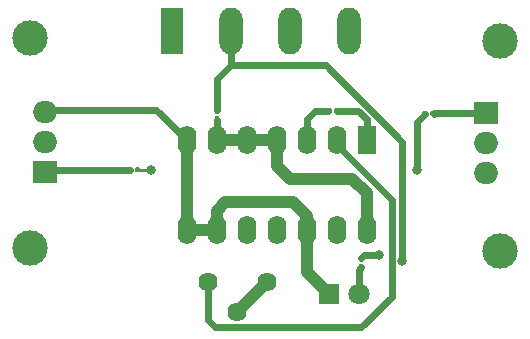
<source format=gbr>
%TF.GenerationSoftware,KiCad,Pcbnew,(5.1.6)-1*%
%TF.CreationDate,2021-10-24T20:30:52+03:00*%
%TF.ProjectId,INTERVER_OSCILLATER,494e5445-5256-4455-925f-4f5343494c4c,0*%
%TF.SameCoordinates,Original*%
%TF.FileFunction,Copper,L1,Top*%
%TF.FilePolarity,Positive*%
%FSLAX46Y46*%
G04 Gerber Fmt 4.6, Leading zero omitted, Abs format (unit mm)*
G04 Created by KiCad (PCBNEW (5.1.6)-1) date 2021-10-24 20:30:52*
%MOMM*%
%LPD*%
G01*
G04 APERTURE LIST*
%TA.AperFunction,ComponentPad*%
%ADD10C,3.000000*%
%TD*%
%TA.AperFunction,ComponentPad*%
%ADD11R,1.980000X3.960000*%
%TD*%
%TA.AperFunction,ComponentPad*%
%ADD12O,1.980000X3.960000*%
%TD*%
%TA.AperFunction,ComponentPad*%
%ADD13R,1.600000X2.400000*%
%TD*%
%TA.AperFunction,ComponentPad*%
%ADD14O,1.600000X2.400000*%
%TD*%
%TA.AperFunction,ComponentPad*%
%ADD15R,1.800000X1.800000*%
%TD*%
%TA.AperFunction,ComponentPad*%
%ADD16C,1.800000*%
%TD*%
%TA.AperFunction,ComponentPad*%
%ADD17O,2.000000X1.905000*%
%TD*%
%TA.AperFunction,ComponentPad*%
%ADD18R,2.000000X1.905000*%
%TD*%
%TA.AperFunction,ComponentPad*%
%ADD19C,1.620000*%
%TD*%
%TA.AperFunction,ViaPad*%
%ADD20C,0.800000*%
%TD*%
%TA.AperFunction,Conductor*%
%ADD21C,0.580000*%
%TD*%
%TA.AperFunction,Conductor*%
%ADD22C,0.980000*%
%TD*%
%TA.AperFunction,Conductor*%
%ADD23C,0.280000*%
%TD*%
G04 APERTURE END LIST*
D10*
%TO.P,HS1,1*%
%TO.N,GND*%
X175750000Y-105650000D03*
X175750000Y-87850000D03*
%TD*%
%TO.P,HS2,1*%
%TO.N,GND*%
X136000000Y-105400000D03*
X136000000Y-87600000D03*
%TD*%
D11*
%TO.P,J1,1*%
%TO.N,/T_SIDE_1*%
X148000000Y-87000000D03*
D12*
%TO.P,J1,2*%
%TO.N,VCC*%
X153000000Y-87000000D03*
%TO.P,J1,4*%
%TO.N,/T_SIDE_2*%
X163000000Y-87000000D03*
%TO.P,J1,3*%
%TO.N,GND*%
X158000000Y-87000000D03*
%TD*%
%TO.P,R2,2*%
%TO.N,Net-(R2-Pad2)*%
%TA.AperFunction,SMDPad,CuDef*%
G36*
G01*
X144840000Y-98850000D02*
X144840000Y-98650000D01*
G75*
G02*
X144940000Y-98550000I100000J0D01*
G01*
X145200000Y-98550000D01*
G75*
G02*
X145300000Y-98650000I0J-100000D01*
G01*
X145300000Y-98850000D01*
G75*
G02*
X145200000Y-98950000I-100000J0D01*
G01*
X144940000Y-98950000D01*
G75*
G02*
X144840000Y-98850000I0J100000D01*
G01*
G37*
%TD.AperFunction*%
%TO.P,R2,1*%
%TO.N,Net-(Q2-Pad1)*%
%TA.AperFunction,SMDPad,CuDef*%
G36*
G01*
X144200000Y-98850000D02*
X144200000Y-98650000D01*
G75*
G02*
X144300000Y-98550000I100000J0D01*
G01*
X144560000Y-98550000D01*
G75*
G02*
X144660000Y-98650000I0J-100000D01*
G01*
X144660000Y-98850000D01*
G75*
G02*
X144560000Y-98950000I-100000J0D01*
G01*
X144300000Y-98950000D01*
G75*
G02*
X144200000Y-98850000I0J100000D01*
G01*
G37*
%TD.AperFunction*%
%TD*%
D13*
%TO.P,U1,1*%
%TO.N,Net-(C1-Pad1)*%
X164500000Y-96250000D03*
D14*
%TO.P,U1,8*%
%TO.N,GND*%
X149260000Y-103870000D03*
%TO.P,U1,2*%
%TO.N,Net-(RV1-Pad3)*%
X161960000Y-96250000D03*
%TO.P,U1,9*%
%TO.N,GND*%
X151800000Y-103870000D03*
%TO.P,U1,3*%
%TO.N,Net-(C1-Pad2)*%
X159420000Y-96250000D03*
%TO.P,U1,10*%
%TO.N,Net-(R2-Pad2)*%
X154340000Y-103870000D03*
%TO.P,U1,4*%
%TO.N,Net-(R1-Pad1)*%
X156880000Y-96250000D03*
%TO.P,U1,11*%
%TO.N,Net-(R3-Pad2)*%
X156880000Y-103870000D03*
%TO.P,U1,5*%
%TO.N,Net-(R1-Pad1)*%
X154340000Y-96250000D03*
%TO.P,U1,12*%
%TO.N,GND*%
X159420000Y-103870000D03*
%TO.P,U1,6*%
%TO.N,Net-(R1-Pad1)*%
X151800000Y-96250000D03*
%TO.P,U1,13*%
%TO.N,Net-(U1-Pad13)*%
X161960000Y-103870000D03*
%TO.P,U1,7*%
%TO.N,GND*%
X149260000Y-96250000D03*
%TO.P,U1,14*%
%TO.N,Net-(R1-Pad1)*%
X164500000Y-103870000D03*
%TD*%
%TO.P,C1,1*%
%TO.N,Net-(C1-Pad1)*%
%TA.AperFunction,SMDPad,CuDef*%
G36*
G01*
X162145000Y-93650000D02*
X162145000Y-93850000D01*
G75*
G02*
X162045000Y-93950000I-100000J0D01*
G01*
X161785000Y-93950000D01*
G75*
G02*
X161685000Y-93850000I0J100000D01*
G01*
X161685000Y-93650000D01*
G75*
G02*
X161785000Y-93550000I100000J0D01*
G01*
X162045000Y-93550000D01*
G75*
G02*
X162145000Y-93650000I0J-100000D01*
G01*
G37*
%TD.AperFunction*%
%TO.P,C1,2*%
%TO.N,Net-(C1-Pad2)*%
%TA.AperFunction,SMDPad,CuDef*%
G36*
G01*
X161505000Y-93650000D02*
X161505000Y-93850000D01*
G75*
G02*
X161405000Y-93950000I-100000J0D01*
G01*
X161145000Y-93950000D01*
G75*
G02*
X161045000Y-93850000I0J100000D01*
G01*
X161045000Y-93650000D01*
G75*
G02*
X161145000Y-93550000I100000J0D01*
G01*
X161405000Y-93550000D01*
G75*
G02*
X161505000Y-93650000I0J-100000D01*
G01*
G37*
%TD.AperFunction*%
%TD*%
D15*
%TO.P,D1,1*%
%TO.N,GND*%
X161250000Y-109250000D03*
D16*
%TO.P,D1,2*%
%TO.N,Net-(D1-Pad2)*%
X163790000Y-109250000D03*
%TD*%
D17*
%TO.P,Q1,3*%
%TO.N,GND*%
X174600000Y-99040000D03*
%TO.P,Q1,2*%
%TO.N,/T_SIDE_2*%
X174600000Y-96500000D03*
D18*
%TO.P,Q1,1*%
%TO.N,Net-(Q1-Pad1)*%
X174600000Y-93960000D03*
%TD*%
%TO.P,Q2,1*%
%TO.N,Net-(Q2-Pad1)*%
X137200000Y-98900000D03*
D17*
%TO.P,Q2,2*%
%TO.N,/T_SIDE_1*%
X137200000Y-96360000D03*
%TO.P,Q2,3*%
%TO.N,GND*%
X137200000Y-93820000D03*
%TD*%
%TO.P,R1,1*%
%TO.N,Net-(R1-Pad1)*%
%TA.AperFunction,SMDPad,CuDef*%
G36*
G01*
X151900000Y-94650000D02*
X151700000Y-94650000D01*
G75*
G02*
X151600000Y-94550000I0J100000D01*
G01*
X151600000Y-94290000D01*
G75*
G02*
X151700000Y-94190000I100000J0D01*
G01*
X151900000Y-94190000D01*
G75*
G02*
X152000000Y-94290000I0J-100000D01*
G01*
X152000000Y-94550000D01*
G75*
G02*
X151900000Y-94650000I-100000J0D01*
G01*
G37*
%TD.AperFunction*%
%TO.P,R1,2*%
%TO.N,VCC*%
%TA.AperFunction,SMDPad,CuDef*%
G36*
G01*
X151900000Y-94010000D02*
X151700000Y-94010000D01*
G75*
G02*
X151600000Y-93910000I0J100000D01*
G01*
X151600000Y-93650000D01*
G75*
G02*
X151700000Y-93550000I100000J0D01*
G01*
X151900000Y-93550000D01*
G75*
G02*
X152000000Y-93650000I0J-100000D01*
G01*
X152000000Y-93910000D01*
G75*
G02*
X151900000Y-94010000I-100000J0D01*
G01*
G37*
%TD.AperFunction*%
%TD*%
%TO.P,R3,1*%
%TO.N,Net-(Q1-Pad1)*%
%TA.AperFunction,SMDPad,CuDef*%
G36*
G01*
X170300000Y-93900000D02*
X170300000Y-94100000D01*
G75*
G02*
X170200000Y-94200000I-100000J0D01*
G01*
X169940000Y-94200000D01*
G75*
G02*
X169840000Y-94100000I0J100000D01*
G01*
X169840000Y-93900000D01*
G75*
G02*
X169940000Y-93800000I100000J0D01*
G01*
X170200000Y-93800000D01*
G75*
G02*
X170300000Y-93900000I0J-100000D01*
G01*
G37*
%TD.AperFunction*%
%TO.P,R3,2*%
%TO.N,Net-(R3-Pad2)*%
%TA.AperFunction,SMDPad,CuDef*%
G36*
G01*
X169660000Y-93900000D02*
X169660000Y-94100000D01*
G75*
G02*
X169560000Y-94200000I-100000J0D01*
G01*
X169300000Y-94200000D01*
G75*
G02*
X169200000Y-94100000I0J100000D01*
G01*
X169200000Y-93900000D01*
G75*
G02*
X169300000Y-93800000I100000J0D01*
G01*
X169560000Y-93800000D01*
G75*
G02*
X169660000Y-93900000I0J-100000D01*
G01*
G37*
%TD.AperFunction*%
%TD*%
%TO.P,R4,2*%
%TO.N,VCC*%
%TA.AperFunction,SMDPad,CuDef*%
G36*
G01*
X164100000Y-106530000D02*
X163900000Y-106530000D01*
G75*
G02*
X163800000Y-106430000I0J100000D01*
G01*
X163800000Y-106170000D01*
G75*
G02*
X163900000Y-106070000I100000J0D01*
G01*
X164100000Y-106070000D01*
G75*
G02*
X164200000Y-106170000I0J-100000D01*
G01*
X164200000Y-106430000D01*
G75*
G02*
X164100000Y-106530000I-100000J0D01*
G01*
G37*
%TD.AperFunction*%
%TO.P,R4,1*%
%TO.N,Net-(D1-Pad2)*%
%TA.AperFunction,SMDPad,CuDef*%
G36*
G01*
X164100000Y-107170000D02*
X163900000Y-107170000D01*
G75*
G02*
X163800000Y-107070000I0J100000D01*
G01*
X163800000Y-106810000D01*
G75*
G02*
X163900000Y-106710000I100000J0D01*
G01*
X164100000Y-106710000D01*
G75*
G02*
X164200000Y-106810000I0J-100000D01*
G01*
X164200000Y-107070000D01*
G75*
G02*
X164100000Y-107170000I-100000J0D01*
G01*
G37*
%TD.AperFunction*%
%TD*%
D19*
%TO.P,RV1,3*%
%TO.N,Net-(RV1-Pad3)*%
X151000000Y-108250000D03*
%TO.P,RV1,2*%
%TO.N,Net-(C1-Pad2)*%
X153500000Y-110750000D03*
%TO.P,RV1,1*%
X156000000Y-108250000D03*
%TD*%
D20*
%TO.N,VCC*%
X167500000Y-106500000D03*
X165500000Y-106000000D03*
%TO.N,Net-(R2-Pad2)*%
X146250000Y-98750000D03*
%TO.N,Net-(R3-Pad2)*%
X168750000Y-98750000D03*
%TD*%
D21*
%TO.N,Net-(C1-Pad1)*%
X163780000Y-93750000D02*
X161995010Y-93750000D01*
X164500000Y-96250000D02*
X164500000Y-94470000D01*
X164500000Y-94470000D02*
X163780000Y-93750000D01*
D22*
%TO.N,Net-(C1-Pad2)*%
X153500000Y-110750000D02*
X156000000Y-108250000D01*
D21*
X160140000Y-93750000D02*
X161194990Y-93750000D01*
X159420000Y-96250000D02*
X159420000Y-94470000D01*
X159420000Y-94470000D02*
X160140000Y-93750000D01*
%TO.N,GND*%
X146680000Y-93670000D02*
X149260000Y-96250000D01*
X141250000Y-93670000D02*
X146680000Y-93670000D01*
D22*
X149260000Y-96250000D02*
X149260000Y-103870000D01*
X149260000Y-103870000D02*
X151800000Y-103870000D01*
X151800000Y-103870000D02*
X151800000Y-102200000D01*
X151800000Y-102200000D02*
X152500000Y-101500000D01*
X152500000Y-101500000D02*
X158250000Y-101500000D01*
X159420000Y-102670000D02*
X159420000Y-103870000D01*
X158250000Y-101500000D02*
X159420000Y-102670000D01*
X159420000Y-107420000D02*
X161250000Y-109250000D01*
X159420000Y-103870000D02*
X159420000Y-107420000D01*
D21*
X141250000Y-93670000D02*
X137350000Y-93670000D01*
%TO.N,Net-(D1-Pad2)*%
X163790000Y-107230010D02*
X164000000Y-107020010D01*
X163790000Y-109250000D02*
X163790000Y-107230010D01*
%TO.N,VCC*%
X151800000Y-91100000D02*
X151800000Y-93699990D01*
X153000000Y-87000000D02*
X153000000Y-89900000D01*
X153000000Y-89900000D02*
X151800000Y-91100000D01*
X161033100Y-89900000D02*
X167500000Y-96366900D01*
X153000000Y-89900000D02*
X161033100Y-89900000D01*
X167500000Y-96366900D02*
X167500000Y-106500000D01*
X164219990Y-106000000D02*
X164000000Y-106219990D01*
X165500000Y-106000000D02*
X164219990Y-106000000D01*
%TO.N,Net-(Q1-Pad1)*%
X174600000Y-93960000D02*
X174600000Y-93900000D01*
X170210009Y-93900000D02*
X170210009Y-94000000D01*
X174600000Y-93900000D02*
X170210009Y-93900000D01*
D22*
%TO.N,Net-(R1-Pad1)*%
X156880000Y-96250000D02*
X154340000Y-96250000D01*
X154340000Y-96250000D02*
X151800000Y-96250000D01*
X156880000Y-98430000D02*
X157950000Y-99500000D01*
X156880000Y-96250000D02*
X156880000Y-98430000D01*
X157950000Y-99500000D02*
X163250000Y-99500000D01*
X164500000Y-100750000D02*
X164500000Y-103870000D01*
X163250000Y-99500000D02*
X164500000Y-100750000D01*
D21*
X151800000Y-96250000D02*
X151800000Y-94500010D01*
D23*
%TO.N,Net-(R2-Pad2)*%
X146250000Y-98750000D02*
X145070000Y-98750000D01*
D21*
%TO.N,Net-(R3-Pad2)*%
X168750000Y-98750000D02*
X168750000Y-94680000D01*
X168750000Y-94680000D02*
X169430000Y-94000000D01*
%TO.N,Net-(RV1-Pad3)*%
X161960000Y-96650000D02*
X166600000Y-101290000D01*
X161960000Y-96250000D02*
X161960000Y-96650000D01*
X166600000Y-101290000D02*
X166600000Y-109500000D01*
X166600000Y-109500000D02*
X164000000Y-112100000D01*
X164000000Y-112100000D02*
X151600000Y-112100000D01*
X151000000Y-111500000D02*
X151000000Y-108250000D01*
X151600000Y-112100000D02*
X151000000Y-111500000D01*
%TO.N,Net-(Q2-Pad1)*%
X137350000Y-98750000D02*
X137200000Y-98900000D01*
X144430000Y-98750000D02*
X137350000Y-98750000D01*
%TD*%
M02*

</source>
